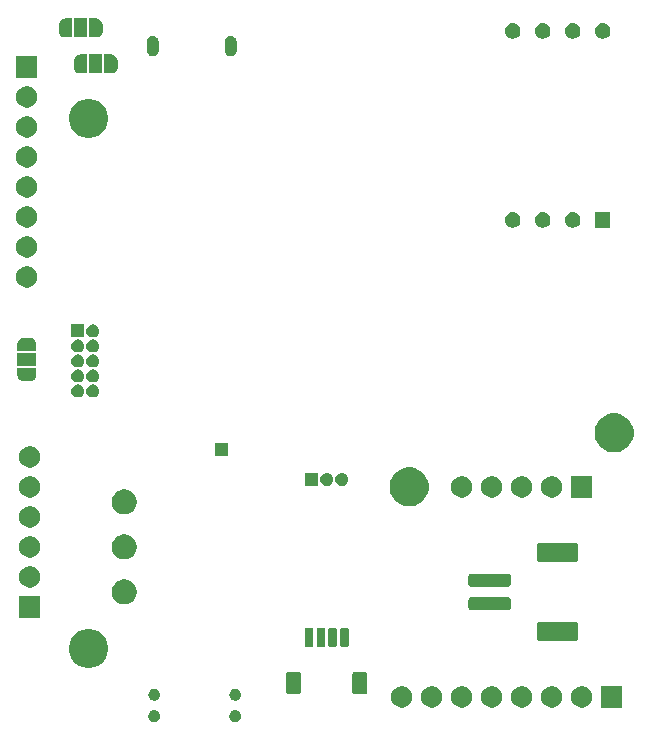
<source format=gbr>
G04 #@! TF.GenerationSoftware,KiCad,Pcbnew,(5.1.6)-1*
G04 #@! TF.CreationDate,2021-05-29T12:10:38-05:00*
G04 #@! TF.ProjectId,SapphineMinimal,53617070-6869-46e6-954d-696e696d616c,rev?*
G04 #@! TF.SameCoordinates,Original*
G04 #@! TF.FileFunction,Soldermask,Bot*
G04 #@! TF.FilePolarity,Negative*
%FSLAX46Y46*%
G04 Gerber Fmt 4.6, Leading zero omitted, Abs format (unit mm)*
G04 Created by KiCad (PCBNEW (5.1.6)-1) date 2021-05-29 12:10:38*
%MOMM*%
%LPD*%
G01*
G04 APERTURE LIST*
%ADD10C,0.100000*%
G04 APERTURE END LIST*
D10*
G36*
X96537474Y-125594934D02*
G01*
X96627613Y-125632270D01*
X96708736Y-125686475D01*
X96777725Y-125755464D01*
X96831930Y-125836587D01*
X96869266Y-125926726D01*
X96888300Y-126022417D01*
X96888300Y-126119983D01*
X96869266Y-126215674D01*
X96831930Y-126305813D01*
X96777725Y-126386936D01*
X96708736Y-126455925D01*
X96627613Y-126510130D01*
X96537474Y-126547466D01*
X96441783Y-126566500D01*
X96344217Y-126566500D01*
X96248526Y-126547466D01*
X96158387Y-126510130D01*
X96077264Y-126455925D01*
X96008275Y-126386936D01*
X95954070Y-126305813D01*
X95916734Y-126215674D01*
X95897700Y-126119983D01*
X95897700Y-126022417D01*
X95916734Y-125926726D01*
X95954070Y-125836587D01*
X96008275Y-125755464D01*
X96077264Y-125686475D01*
X96158387Y-125632270D01*
X96248526Y-125594934D01*
X96344217Y-125575900D01*
X96441783Y-125575900D01*
X96537474Y-125594934D01*
G37*
G36*
X89679474Y-125594934D02*
G01*
X89769613Y-125632270D01*
X89850736Y-125686475D01*
X89919725Y-125755464D01*
X89973930Y-125836587D01*
X90011266Y-125926726D01*
X90030300Y-126022417D01*
X90030300Y-126119983D01*
X90011266Y-126215674D01*
X89973930Y-126305813D01*
X89919725Y-126386936D01*
X89850736Y-126455925D01*
X89769613Y-126510130D01*
X89679474Y-126547466D01*
X89583783Y-126566500D01*
X89486217Y-126566500D01*
X89390526Y-126547466D01*
X89300387Y-126510130D01*
X89219264Y-126455925D01*
X89150275Y-126386936D01*
X89096070Y-126305813D01*
X89058734Y-126215674D01*
X89039700Y-126119983D01*
X89039700Y-126022417D01*
X89058734Y-125926726D01*
X89096070Y-125836587D01*
X89150275Y-125755464D01*
X89219264Y-125686475D01*
X89300387Y-125632270D01*
X89390526Y-125594934D01*
X89486217Y-125575900D01*
X89583783Y-125575900D01*
X89679474Y-125594934D01*
G37*
G36*
X129170800Y-125360800D02*
G01*
X127369200Y-125360800D01*
X127369200Y-123559200D01*
X129170800Y-123559200D01*
X129170800Y-125360800D01*
G37*
G36*
X115832754Y-123593817D02*
G01*
X115996689Y-123661721D01*
X116144227Y-123760303D01*
X116269697Y-123885773D01*
X116368279Y-124033311D01*
X116436183Y-124197246D01*
X116470800Y-124371279D01*
X116470800Y-124548721D01*
X116436183Y-124722754D01*
X116368279Y-124886689D01*
X116269697Y-125034227D01*
X116144227Y-125159697D01*
X115996689Y-125258279D01*
X115832754Y-125326183D01*
X115658721Y-125360800D01*
X115481279Y-125360800D01*
X115307246Y-125326183D01*
X115143311Y-125258279D01*
X114995773Y-125159697D01*
X114870303Y-125034227D01*
X114771721Y-124886689D01*
X114703817Y-124722754D01*
X114669200Y-124548721D01*
X114669200Y-124371279D01*
X114703817Y-124197246D01*
X114771721Y-124033311D01*
X114870303Y-123885773D01*
X114995773Y-123760303D01*
X115143311Y-123661721D01*
X115307246Y-123593817D01*
X115481279Y-123559200D01*
X115658721Y-123559200D01*
X115832754Y-123593817D01*
G37*
G36*
X110752754Y-123593817D02*
G01*
X110916689Y-123661721D01*
X111064227Y-123760303D01*
X111189697Y-123885773D01*
X111288279Y-124033311D01*
X111356183Y-124197246D01*
X111390800Y-124371279D01*
X111390800Y-124548721D01*
X111356183Y-124722754D01*
X111288279Y-124886689D01*
X111189697Y-125034227D01*
X111064227Y-125159697D01*
X110916689Y-125258279D01*
X110752754Y-125326183D01*
X110578721Y-125360800D01*
X110401279Y-125360800D01*
X110227246Y-125326183D01*
X110063311Y-125258279D01*
X109915773Y-125159697D01*
X109790303Y-125034227D01*
X109691721Y-124886689D01*
X109623817Y-124722754D01*
X109589200Y-124548721D01*
X109589200Y-124371279D01*
X109623817Y-124197246D01*
X109691721Y-124033311D01*
X109790303Y-123885773D01*
X109915773Y-123760303D01*
X110063311Y-123661721D01*
X110227246Y-123593817D01*
X110401279Y-123559200D01*
X110578721Y-123559200D01*
X110752754Y-123593817D01*
G37*
G36*
X113292754Y-123593817D02*
G01*
X113456689Y-123661721D01*
X113604227Y-123760303D01*
X113729697Y-123885773D01*
X113828279Y-124033311D01*
X113896183Y-124197246D01*
X113930800Y-124371279D01*
X113930800Y-124548721D01*
X113896183Y-124722754D01*
X113828279Y-124886689D01*
X113729697Y-125034227D01*
X113604227Y-125159697D01*
X113456689Y-125258279D01*
X113292754Y-125326183D01*
X113118721Y-125360800D01*
X112941279Y-125360800D01*
X112767246Y-125326183D01*
X112603311Y-125258279D01*
X112455773Y-125159697D01*
X112330303Y-125034227D01*
X112231721Y-124886689D01*
X112163817Y-124722754D01*
X112129200Y-124548721D01*
X112129200Y-124371279D01*
X112163817Y-124197246D01*
X112231721Y-124033311D01*
X112330303Y-123885773D01*
X112455773Y-123760303D01*
X112603311Y-123661721D01*
X112767246Y-123593817D01*
X112941279Y-123559200D01*
X113118721Y-123559200D01*
X113292754Y-123593817D01*
G37*
G36*
X118372754Y-123593817D02*
G01*
X118536689Y-123661721D01*
X118684227Y-123760303D01*
X118809697Y-123885773D01*
X118908279Y-124033311D01*
X118976183Y-124197246D01*
X119010800Y-124371279D01*
X119010800Y-124548721D01*
X118976183Y-124722754D01*
X118908279Y-124886689D01*
X118809697Y-125034227D01*
X118684227Y-125159697D01*
X118536689Y-125258279D01*
X118372754Y-125326183D01*
X118198721Y-125360800D01*
X118021279Y-125360800D01*
X117847246Y-125326183D01*
X117683311Y-125258279D01*
X117535773Y-125159697D01*
X117410303Y-125034227D01*
X117311721Y-124886689D01*
X117243817Y-124722754D01*
X117209200Y-124548721D01*
X117209200Y-124371279D01*
X117243817Y-124197246D01*
X117311721Y-124033311D01*
X117410303Y-123885773D01*
X117535773Y-123760303D01*
X117683311Y-123661721D01*
X117847246Y-123593817D01*
X118021279Y-123559200D01*
X118198721Y-123559200D01*
X118372754Y-123593817D01*
G37*
G36*
X120912754Y-123593817D02*
G01*
X121076689Y-123661721D01*
X121224227Y-123760303D01*
X121349697Y-123885773D01*
X121448279Y-124033311D01*
X121516183Y-124197246D01*
X121550800Y-124371279D01*
X121550800Y-124548721D01*
X121516183Y-124722754D01*
X121448279Y-124886689D01*
X121349697Y-125034227D01*
X121224227Y-125159697D01*
X121076689Y-125258279D01*
X120912754Y-125326183D01*
X120738721Y-125360800D01*
X120561279Y-125360800D01*
X120387246Y-125326183D01*
X120223311Y-125258279D01*
X120075773Y-125159697D01*
X119950303Y-125034227D01*
X119851721Y-124886689D01*
X119783817Y-124722754D01*
X119749200Y-124548721D01*
X119749200Y-124371279D01*
X119783817Y-124197246D01*
X119851721Y-124033311D01*
X119950303Y-123885773D01*
X120075773Y-123760303D01*
X120223311Y-123661721D01*
X120387246Y-123593817D01*
X120561279Y-123559200D01*
X120738721Y-123559200D01*
X120912754Y-123593817D01*
G37*
G36*
X123452754Y-123593817D02*
G01*
X123616689Y-123661721D01*
X123764227Y-123760303D01*
X123889697Y-123885773D01*
X123988279Y-124033311D01*
X124056183Y-124197246D01*
X124090800Y-124371279D01*
X124090800Y-124548721D01*
X124056183Y-124722754D01*
X123988279Y-124886689D01*
X123889697Y-125034227D01*
X123764227Y-125159697D01*
X123616689Y-125258279D01*
X123452754Y-125326183D01*
X123278721Y-125360800D01*
X123101279Y-125360800D01*
X122927246Y-125326183D01*
X122763311Y-125258279D01*
X122615773Y-125159697D01*
X122490303Y-125034227D01*
X122391721Y-124886689D01*
X122323817Y-124722754D01*
X122289200Y-124548721D01*
X122289200Y-124371279D01*
X122323817Y-124197246D01*
X122391721Y-124033311D01*
X122490303Y-123885773D01*
X122615773Y-123760303D01*
X122763311Y-123661721D01*
X122927246Y-123593817D01*
X123101279Y-123559200D01*
X123278721Y-123559200D01*
X123452754Y-123593817D01*
G37*
G36*
X125992754Y-123593817D02*
G01*
X126156689Y-123661721D01*
X126304227Y-123760303D01*
X126429697Y-123885773D01*
X126528279Y-124033311D01*
X126596183Y-124197246D01*
X126630800Y-124371279D01*
X126630800Y-124548721D01*
X126596183Y-124722754D01*
X126528279Y-124886689D01*
X126429697Y-125034227D01*
X126304227Y-125159697D01*
X126156689Y-125258279D01*
X125992754Y-125326183D01*
X125818721Y-125360800D01*
X125641279Y-125360800D01*
X125467246Y-125326183D01*
X125303311Y-125258279D01*
X125155773Y-125159697D01*
X125030303Y-125034227D01*
X124931721Y-124886689D01*
X124863817Y-124722754D01*
X124829200Y-124548721D01*
X124829200Y-124371279D01*
X124863817Y-124197246D01*
X124931721Y-124033311D01*
X125030303Y-123885773D01*
X125155773Y-123760303D01*
X125303311Y-123661721D01*
X125467246Y-123593817D01*
X125641279Y-123559200D01*
X125818721Y-123559200D01*
X125992754Y-123593817D01*
G37*
G36*
X96537474Y-123794934D02*
G01*
X96627613Y-123832270D01*
X96708736Y-123886475D01*
X96777725Y-123955464D01*
X96831930Y-124036587D01*
X96869266Y-124126726D01*
X96888300Y-124222417D01*
X96888300Y-124319983D01*
X96869266Y-124415674D01*
X96831930Y-124505813D01*
X96777725Y-124586936D01*
X96708736Y-124655925D01*
X96627613Y-124710130D01*
X96537474Y-124747466D01*
X96441783Y-124766500D01*
X96344217Y-124766500D01*
X96248526Y-124747466D01*
X96158387Y-124710130D01*
X96077264Y-124655925D01*
X96008275Y-124586936D01*
X95954070Y-124505813D01*
X95916734Y-124415674D01*
X95897700Y-124319983D01*
X95897700Y-124222417D01*
X95916734Y-124126726D01*
X95954070Y-124036587D01*
X96008275Y-123955464D01*
X96077264Y-123886475D01*
X96158387Y-123832270D01*
X96248526Y-123794934D01*
X96344217Y-123775900D01*
X96441783Y-123775900D01*
X96537474Y-123794934D01*
G37*
G36*
X89679474Y-123794934D02*
G01*
X89769613Y-123832270D01*
X89850736Y-123886475D01*
X89919725Y-123955464D01*
X89973930Y-124036587D01*
X90011266Y-124126726D01*
X90030300Y-124222417D01*
X90030300Y-124319983D01*
X90011266Y-124415674D01*
X89973930Y-124505813D01*
X89919725Y-124586936D01*
X89850736Y-124655925D01*
X89769613Y-124710130D01*
X89679474Y-124747466D01*
X89583783Y-124766500D01*
X89486217Y-124766500D01*
X89390526Y-124747466D01*
X89300387Y-124710130D01*
X89219264Y-124655925D01*
X89150275Y-124586936D01*
X89096070Y-124505813D01*
X89058734Y-124415674D01*
X89039700Y-124319983D01*
X89039700Y-124222417D01*
X89058734Y-124126726D01*
X89096070Y-124036587D01*
X89150275Y-123955464D01*
X89219264Y-123886475D01*
X89300387Y-123832270D01*
X89390526Y-123794934D01*
X89486217Y-123775900D01*
X89583783Y-123775900D01*
X89679474Y-123794934D01*
G37*
G36*
X101796336Y-122341081D02*
G01*
X101841607Y-122354814D01*
X101883319Y-122377110D01*
X101919883Y-122407117D01*
X101949890Y-122443681D01*
X101972186Y-122485393D01*
X101985919Y-122530664D01*
X101990800Y-122580224D01*
X101990800Y-123993776D01*
X101985919Y-124043336D01*
X101972186Y-124088607D01*
X101949890Y-124130319D01*
X101919883Y-124166883D01*
X101883319Y-124196890D01*
X101841607Y-124219186D01*
X101796336Y-124232919D01*
X101746776Y-124237800D01*
X100933224Y-124237800D01*
X100883664Y-124232919D01*
X100838393Y-124219186D01*
X100796681Y-124196890D01*
X100760117Y-124166883D01*
X100730110Y-124130319D01*
X100707814Y-124088607D01*
X100694081Y-124043336D01*
X100689200Y-123993776D01*
X100689200Y-122580224D01*
X100694081Y-122530664D01*
X100707814Y-122485393D01*
X100730110Y-122443681D01*
X100760117Y-122407117D01*
X100796681Y-122377110D01*
X100838393Y-122354814D01*
X100883664Y-122341081D01*
X100933224Y-122336200D01*
X101746776Y-122336200D01*
X101796336Y-122341081D01*
G37*
G36*
X107396336Y-122341081D02*
G01*
X107441607Y-122354814D01*
X107483319Y-122377110D01*
X107519883Y-122407117D01*
X107549890Y-122443681D01*
X107572186Y-122485393D01*
X107585919Y-122530664D01*
X107590800Y-122580224D01*
X107590800Y-123993776D01*
X107585919Y-124043336D01*
X107572186Y-124088607D01*
X107549890Y-124130319D01*
X107519883Y-124166883D01*
X107483319Y-124196890D01*
X107441607Y-124219186D01*
X107396336Y-124232919D01*
X107346776Y-124237800D01*
X106533224Y-124237800D01*
X106483664Y-124232919D01*
X106438393Y-124219186D01*
X106396681Y-124196890D01*
X106360117Y-124166883D01*
X106330110Y-124130319D01*
X106307814Y-124088607D01*
X106294081Y-124043336D01*
X106289200Y-123993776D01*
X106289200Y-122580224D01*
X106294081Y-122530664D01*
X106307814Y-122485393D01*
X106330110Y-122443681D01*
X106360117Y-122407117D01*
X106396681Y-122377110D01*
X106438393Y-122354814D01*
X106483664Y-122341081D01*
X106533224Y-122336200D01*
X107346776Y-122336200D01*
X107396336Y-122341081D01*
G37*
G36*
X84451521Y-118782639D02*
G01*
X84751947Y-118907080D01*
X85022324Y-119087740D01*
X85252260Y-119317676D01*
X85432920Y-119588053D01*
X85557361Y-119888479D01*
X85620800Y-120207410D01*
X85620800Y-120532590D01*
X85557361Y-120851521D01*
X85432920Y-121151947D01*
X85252260Y-121422324D01*
X85022324Y-121652260D01*
X84751947Y-121832920D01*
X84451521Y-121957361D01*
X84132590Y-122020800D01*
X83807410Y-122020800D01*
X83488479Y-121957361D01*
X83188053Y-121832920D01*
X82917676Y-121652260D01*
X82687740Y-121422324D01*
X82507080Y-121151947D01*
X82382639Y-120851521D01*
X82319200Y-120532590D01*
X82319200Y-120207410D01*
X82382639Y-119888479D01*
X82507080Y-119588053D01*
X82687740Y-119317676D01*
X82917676Y-119087740D01*
X83188053Y-118907080D01*
X83488479Y-118782639D01*
X83807410Y-118719200D01*
X84132590Y-118719200D01*
X84451521Y-118782639D01*
G37*
G36*
X105870015Y-118589323D02*
G01*
X105898106Y-118597844D01*
X105923998Y-118611684D01*
X105946692Y-118630308D01*
X105965316Y-118653002D01*
X105979156Y-118678894D01*
X105987677Y-118706985D01*
X105990800Y-118738691D01*
X105990800Y-120085309D01*
X105987677Y-120117015D01*
X105979156Y-120145106D01*
X105965316Y-120170998D01*
X105946692Y-120193692D01*
X105923998Y-120212316D01*
X105898106Y-120226156D01*
X105870015Y-120234677D01*
X105838309Y-120237800D01*
X105441691Y-120237800D01*
X105409985Y-120234677D01*
X105381894Y-120226156D01*
X105356002Y-120212316D01*
X105333308Y-120193692D01*
X105314684Y-120170998D01*
X105300844Y-120145106D01*
X105292323Y-120117015D01*
X105289200Y-120085309D01*
X105289200Y-118738691D01*
X105292323Y-118706985D01*
X105300844Y-118678894D01*
X105314684Y-118653002D01*
X105333308Y-118630308D01*
X105356002Y-118611684D01*
X105381894Y-118597844D01*
X105409985Y-118589323D01*
X105441691Y-118586200D01*
X105838309Y-118586200D01*
X105870015Y-118589323D01*
G37*
G36*
X104870015Y-118589323D02*
G01*
X104898106Y-118597844D01*
X104923998Y-118611684D01*
X104946692Y-118630308D01*
X104965316Y-118653002D01*
X104979156Y-118678894D01*
X104987677Y-118706985D01*
X104990800Y-118738691D01*
X104990800Y-120085309D01*
X104987677Y-120117015D01*
X104979156Y-120145106D01*
X104965316Y-120170998D01*
X104946692Y-120193692D01*
X104923998Y-120212316D01*
X104898106Y-120226156D01*
X104870015Y-120234677D01*
X104838309Y-120237800D01*
X104441691Y-120237800D01*
X104409985Y-120234677D01*
X104381894Y-120226156D01*
X104356002Y-120212316D01*
X104333308Y-120193692D01*
X104314684Y-120170998D01*
X104300844Y-120145106D01*
X104292323Y-120117015D01*
X104289200Y-120085309D01*
X104289200Y-118738691D01*
X104292323Y-118706985D01*
X104300844Y-118678894D01*
X104314684Y-118653002D01*
X104333308Y-118630308D01*
X104356002Y-118611684D01*
X104381894Y-118597844D01*
X104409985Y-118589323D01*
X104441691Y-118586200D01*
X104838309Y-118586200D01*
X104870015Y-118589323D01*
G37*
G36*
X103870015Y-118589323D02*
G01*
X103898106Y-118597844D01*
X103923998Y-118611684D01*
X103946692Y-118630308D01*
X103965316Y-118653002D01*
X103979156Y-118678894D01*
X103987677Y-118706985D01*
X103990800Y-118738691D01*
X103990800Y-120085309D01*
X103987677Y-120117015D01*
X103979156Y-120145106D01*
X103965316Y-120170998D01*
X103946692Y-120193692D01*
X103923998Y-120212316D01*
X103898106Y-120226156D01*
X103870015Y-120234677D01*
X103838309Y-120237800D01*
X103441691Y-120237800D01*
X103409985Y-120234677D01*
X103381894Y-120226156D01*
X103356002Y-120212316D01*
X103333308Y-120193692D01*
X103314684Y-120170998D01*
X103300844Y-120145106D01*
X103292323Y-120117015D01*
X103289200Y-120085309D01*
X103289200Y-118738691D01*
X103292323Y-118706985D01*
X103300844Y-118678894D01*
X103314684Y-118653002D01*
X103333308Y-118630308D01*
X103356002Y-118611684D01*
X103381894Y-118597844D01*
X103409985Y-118589323D01*
X103441691Y-118586200D01*
X103838309Y-118586200D01*
X103870015Y-118589323D01*
G37*
G36*
X102870015Y-118589323D02*
G01*
X102898106Y-118597844D01*
X102923998Y-118611684D01*
X102946692Y-118630308D01*
X102965316Y-118653002D01*
X102979156Y-118678894D01*
X102987677Y-118706985D01*
X102990800Y-118738691D01*
X102990800Y-120085309D01*
X102987677Y-120117015D01*
X102979156Y-120145106D01*
X102965316Y-120170998D01*
X102946692Y-120193692D01*
X102923998Y-120212316D01*
X102898106Y-120226156D01*
X102870015Y-120234677D01*
X102838309Y-120237800D01*
X102441691Y-120237800D01*
X102409985Y-120234677D01*
X102381894Y-120226156D01*
X102356002Y-120212316D01*
X102333308Y-120193692D01*
X102314684Y-120170998D01*
X102300844Y-120145106D01*
X102292323Y-120117015D01*
X102289200Y-120085309D01*
X102289200Y-118738691D01*
X102292323Y-118706985D01*
X102300844Y-118678894D01*
X102314684Y-118653002D01*
X102333308Y-118630308D01*
X102356002Y-118611684D01*
X102381894Y-118597844D01*
X102409985Y-118589323D01*
X102441691Y-118586200D01*
X102838309Y-118586200D01*
X102870015Y-118589323D01*
G37*
G36*
X125240154Y-118123919D02*
G01*
X125283826Y-118137167D01*
X125324082Y-118158684D01*
X125359363Y-118187637D01*
X125388316Y-118222918D01*
X125409833Y-118263174D01*
X125423081Y-118306846D01*
X125427800Y-118354758D01*
X125427800Y-119485242D01*
X125423081Y-119533154D01*
X125409833Y-119576826D01*
X125388316Y-119617082D01*
X125359363Y-119652363D01*
X125324082Y-119681316D01*
X125283826Y-119702833D01*
X125240154Y-119716081D01*
X125192242Y-119720800D01*
X122161758Y-119720800D01*
X122113846Y-119716081D01*
X122070174Y-119702833D01*
X122029918Y-119681316D01*
X121994637Y-119652363D01*
X121965684Y-119617082D01*
X121944167Y-119576826D01*
X121930919Y-119533154D01*
X121926200Y-119485242D01*
X121926200Y-118354758D01*
X121930919Y-118306846D01*
X121944167Y-118263174D01*
X121965684Y-118222918D01*
X121994637Y-118187637D01*
X122029918Y-118158684D01*
X122070174Y-118137167D01*
X122113846Y-118123919D01*
X122161758Y-118119200D01*
X125192242Y-118119200D01*
X125240154Y-118123919D01*
G37*
G36*
X79894800Y-117740800D02*
G01*
X78093200Y-117740800D01*
X78093200Y-115939200D01*
X79894800Y-115939200D01*
X79894800Y-117740800D01*
G37*
G36*
X119526521Y-116024244D02*
G01*
X119573376Y-116038457D01*
X119616560Y-116061540D01*
X119654403Y-116092597D01*
X119685460Y-116130440D01*
X119708543Y-116173624D01*
X119722756Y-116220479D01*
X119727800Y-116271692D01*
X119727800Y-116868308D01*
X119722756Y-116919521D01*
X119708543Y-116966376D01*
X119685460Y-117009560D01*
X119654403Y-117047403D01*
X119616560Y-117078460D01*
X119573376Y-117101543D01*
X119526521Y-117115756D01*
X119475308Y-117120800D01*
X116378692Y-117120800D01*
X116327479Y-117115756D01*
X116280624Y-117101543D01*
X116237440Y-117078460D01*
X116199597Y-117047403D01*
X116168540Y-117009560D01*
X116145457Y-116966376D01*
X116131244Y-116919521D01*
X116126200Y-116868308D01*
X116126200Y-116271692D01*
X116131244Y-116220479D01*
X116145457Y-116173624D01*
X116168540Y-116130440D01*
X116199597Y-116092597D01*
X116237440Y-116061540D01*
X116280624Y-116038457D01*
X116327479Y-116024244D01*
X116378692Y-116019200D01*
X119475308Y-116019200D01*
X119526521Y-116024244D01*
G37*
G36*
X87301508Y-114559582D02*
G01*
X87492741Y-114638793D01*
X87664847Y-114753791D01*
X87811209Y-114900153D01*
X87926207Y-115072259D01*
X88005418Y-115263492D01*
X88045800Y-115466505D01*
X88045800Y-115673495D01*
X88005418Y-115876508D01*
X87926207Y-116067741D01*
X87811209Y-116239847D01*
X87664847Y-116386209D01*
X87492741Y-116501207D01*
X87301508Y-116580418D01*
X87098495Y-116620800D01*
X86891505Y-116620800D01*
X86688492Y-116580418D01*
X86497259Y-116501207D01*
X86325153Y-116386209D01*
X86178791Y-116239847D01*
X86063793Y-116067741D01*
X85984582Y-115876508D01*
X85944200Y-115673495D01*
X85944200Y-115466505D01*
X85984582Y-115263492D01*
X86063793Y-115072259D01*
X86178791Y-114900153D01*
X86325153Y-114753791D01*
X86497259Y-114638793D01*
X86688492Y-114559582D01*
X86891505Y-114519200D01*
X87098495Y-114519200D01*
X87301508Y-114559582D01*
G37*
G36*
X79256754Y-113433817D02*
G01*
X79420689Y-113501721D01*
X79568227Y-113600303D01*
X79693697Y-113725773D01*
X79792279Y-113873311D01*
X79860183Y-114037246D01*
X79894800Y-114211279D01*
X79894800Y-114388721D01*
X79860183Y-114562754D01*
X79792279Y-114726689D01*
X79693697Y-114874227D01*
X79568227Y-114999697D01*
X79420689Y-115098279D01*
X79256754Y-115166183D01*
X79082721Y-115200800D01*
X78905279Y-115200800D01*
X78731246Y-115166183D01*
X78567311Y-115098279D01*
X78419773Y-114999697D01*
X78294303Y-114874227D01*
X78195721Y-114726689D01*
X78127817Y-114562754D01*
X78093200Y-114388721D01*
X78093200Y-114211279D01*
X78127817Y-114037246D01*
X78195721Y-113873311D01*
X78294303Y-113725773D01*
X78419773Y-113600303D01*
X78567311Y-113501721D01*
X78731246Y-113433817D01*
X78905279Y-113399200D01*
X79082721Y-113399200D01*
X79256754Y-113433817D01*
G37*
G36*
X119526521Y-114024244D02*
G01*
X119573376Y-114038457D01*
X119616560Y-114061540D01*
X119654403Y-114092597D01*
X119685460Y-114130440D01*
X119708543Y-114173624D01*
X119722756Y-114220479D01*
X119727800Y-114271692D01*
X119727800Y-114868308D01*
X119722756Y-114919521D01*
X119708543Y-114966376D01*
X119685460Y-115009560D01*
X119654403Y-115047403D01*
X119616560Y-115078460D01*
X119573376Y-115101543D01*
X119526521Y-115115756D01*
X119475308Y-115120800D01*
X116378692Y-115120800D01*
X116327479Y-115115756D01*
X116280624Y-115101543D01*
X116237440Y-115078460D01*
X116199597Y-115047403D01*
X116168540Y-115009560D01*
X116145457Y-114966376D01*
X116131244Y-114919521D01*
X116126200Y-114868308D01*
X116126200Y-114271692D01*
X116131244Y-114220479D01*
X116145457Y-114173624D01*
X116168540Y-114130440D01*
X116199597Y-114092597D01*
X116237440Y-114061540D01*
X116280624Y-114038457D01*
X116327479Y-114024244D01*
X116378692Y-114019200D01*
X119475308Y-114019200D01*
X119526521Y-114024244D01*
G37*
G36*
X125240154Y-111423919D02*
G01*
X125283826Y-111437167D01*
X125324082Y-111458684D01*
X125359363Y-111487637D01*
X125388316Y-111522918D01*
X125409833Y-111563174D01*
X125423081Y-111606846D01*
X125427800Y-111654758D01*
X125427800Y-112785242D01*
X125423081Y-112833154D01*
X125409833Y-112876826D01*
X125388316Y-112917082D01*
X125359363Y-112952363D01*
X125324082Y-112981316D01*
X125283826Y-113002833D01*
X125240154Y-113016081D01*
X125192242Y-113020800D01*
X122161758Y-113020800D01*
X122113846Y-113016081D01*
X122070174Y-113002833D01*
X122029918Y-112981316D01*
X121994637Y-112952363D01*
X121965684Y-112917082D01*
X121944167Y-112876826D01*
X121930919Y-112833154D01*
X121926200Y-112785242D01*
X121926200Y-111654758D01*
X121930919Y-111606846D01*
X121944167Y-111563174D01*
X121965684Y-111522918D01*
X121994637Y-111487637D01*
X122029918Y-111458684D01*
X122070174Y-111437167D01*
X122113846Y-111423919D01*
X122161758Y-111419200D01*
X125192242Y-111419200D01*
X125240154Y-111423919D01*
G37*
G36*
X87301508Y-110749582D02*
G01*
X87492741Y-110828793D01*
X87664847Y-110943791D01*
X87811209Y-111090153D01*
X87926207Y-111262259D01*
X88005418Y-111453492D01*
X88045800Y-111656505D01*
X88045800Y-111863495D01*
X88005418Y-112066508D01*
X87926207Y-112257741D01*
X87811209Y-112429847D01*
X87664847Y-112576209D01*
X87492741Y-112691207D01*
X87301508Y-112770418D01*
X87098495Y-112810800D01*
X86891505Y-112810800D01*
X86688492Y-112770418D01*
X86497259Y-112691207D01*
X86325153Y-112576209D01*
X86178791Y-112429847D01*
X86063793Y-112257741D01*
X85984582Y-112066508D01*
X85944200Y-111863495D01*
X85944200Y-111656505D01*
X85984582Y-111453492D01*
X86063793Y-111262259D01*
X86178791Y-111090153D01*
X86325153Y-110943791D01*
X86497259Y-110828793D01*
X86688492Y-110749582D01*
X86891505Y-110709200D01*
X87098495Y-110709200D01*
X87301508Y-110749582D01*
G37*
G36*
X79256754Y-110893817D02*
G01*
X79420689Y-110961721D01*
X79568227Y-111060303D01*
X79693697Y-111185773D01*
X79792279Y-111333311D01*
X79860183Y-111497246D01*
X79894800Y-111671279D01*
X79894800Y-111848721D01*
X79860183Y-112022754D01*
X79792279Y-112186689D01*
X79693697Y-112334227D01*
X79568227Y-112459697D01*
X79420689Y-112558279D01*
X79256754Y-112626183D01*
X79082721Y-112660800D01*
X78905279Y-112660800D01*
X78731246Y-112626183D01*
X78567311Y-112558279D01*
X78419773Y-112459697D01*
X78294303Y-112334227D01*
X78195721Y-112186689D01*
X78127817Y-112022754D01*
X78093200Y-111848721D01*
X78093200Y-111671279D01*
X78127817Y-111497246D01*
X78195721Y-111333311D01*
X78294303Y-111185773D01*
X78419773Y-111060303D01*
X78567311Y-110961721D01*
X78731246Y-110893817D01*
X78905279Y-110859200D01*
X79082721Y-110859200D01*
X79256754Y-110893817D01*
G37*
G36*
X79256754Y-108353817D02*
G01*
X79420689Y-108421721D01*
X79568227Y-108520303D01*
X79693697Y-108645773D01*
X79792279Y-108793311D01*
X79860183Y-108957246D01*
X79894800Y-109131279D01*
X79894800Y-109308721D01*
X79860183Y-109482754D01*
X79792279Y-109646689D01*
X79693697Y-109794227D01*
X79568227Y-109919697D01*
X79420689Y-110018279D01*
X79256754Y-110086183D01*
X79082721Y-110120800D01*
X78905279Y-110120800D01*
X78731246Y-110086183D01*
X78567311Y-110018279D01*
X78419773Y-109919697D01*
X78294303Y-109794227D01*
X78195721Y-109646689D01*
X78127817Y-109482754D01*
X78093200Y-109308721D01*
X78093200Y-109131279D01*
X78127817Y-108957246D01*
X78195721Y-108793311D01*
X78294303Y-108645773D01*
X78419773Y-108520303D01*
X78567311Y-108421721D01*
X78731246Y-108353817D01*
X78905279Y-108319200D01*
X79082721Y-108319200D01*
X79256754Y-108353817D01*
G37*
G36*
X87301508Y-106939582D02*
G01*
X87492741Y-107018793D01*
X87664847Y-107133791D01*
X87811209Y-107280153D01*
X87926207Y-107452259D01*
X88005418Y-107643492D01*
X88045800Y-107846505D01*
X88045800Y-108053495D01*
X88005418Y-108256508D01*
X87926207Y-108447741D01*
X87811209Y-108619847D01*
X87664847Y-108766209D01*
X87492741Y-108881207D01*
X87301508Y-108960418D01*
X87098495Y-109000800D01*
X86891505Y-109000800D01*
X86688492Y-108960418D01*
X86497259Y-108881207D01*
X86325153Y-108766209D01*
X86178791Y-108619847D01*
X86063793Y-108447741D01*
X85984582Y-108256508D01*
X85944200Y-108053495D01*
X85944200Y-107846505D01*
X85984582Y-107643492D01*
X86063793Y-107452259D01*
X86178791Y-107280153D01*
X86325153Y-107133791D01*
X86497259Y-107018793D01*
X86688492Y-106939582D01*
X86891505Y-106899200D01*
X87098495Y-106899200D01*
X87301508Y-106939582D01*
G37*
G36*
X111606521Y-105092639D02*
G01*
X111906947Y-105217080D01*
X112177324Y-105397740D01*
X112407260Y-105627676D01*
X112587920Y-105898053D01*
X112712361Y-106198479D01*
X112775800Y-106517410D01*
X112775800Y-106842590D01*
X112712361Y-107161521D01*
X112587920Y-107461947D01*
X112407260Y-107732324D01*
X112177324Y-107962260D01*
X111906947Y-108142920D01*
X111606521Y-108267361D01*
X111287590Y-108330800D01*
X110962410Y-108330800D01*
X110643479Y-108267361D01*
X110343053Y-108142920D01*
X110072676Y-107962260D01*
X109842740Y-107732324D01*
X109662080Y-107461947D01*
X109537639Y-107161521D01*
X109474200Y-106842590D01*
X109474200Y-106517410D01*
X109537639Y-106198479D01*
X109662080Y-105898053D01*
X109842740Y-105627676D01*
X110072676Y-105397740D01*
X110343053Y-105217080D01*
X110643479Y-105092639D01*
X110962410Y-105029200D01*
X111287590Y-105029200D01*
X111606521Y-105092639D01*
G37*
G36*
X118372754Y-105813817D02*
G01*
X118536689Y-105881721D01*
X118684227Y-105980303D01*
X118809697Y-106105773D01*
X118908279Y-106253311D01*
X118976183Y-106417246D01*
X119010800Y-106591279D01*
X119010800Y-106768721D01*
X118976183Y-106942754D01*
X118908279Y-107106689D01*
X118809697Y-107254227D01*
X118684227Y-107379697D01*
X118536689Y-107478279D01*
X118372754Y-107546183D01*
X118198721Y-107580800D01*
X118021279Y-107580800D01*
X117847246Y-107546183D01*
X117683311Y-107478279D01*
X117535773Y-107379697D01*
X117410303Y-107254227D01*
X117311721Y-107106689D01*
X117243817Y-106942754D01*
X117209200Y-106768721D01*
X117209200Y-106591279D01*
X117243817Y-106417246D01*
X117311721Y-106253311D01*
X117410303Y-106105773D01*
X117535773Y-105980303D01*
X117683311Y-105881721D01*
X117847246Y-105813817D01*
X118021279Y-105779200D01*
X118198721Y-105779200D01*
X118372754Y-105813817D01*
G37*
G36*
X126630800Y-107580800D02*
G01*
X124829200Y-107580800D01*
X124829200Y-105779200D01*
X126630800Y-105779200D01*
X126630800Y-107580800D01*
G37*
G36*
X123452754Y-105813817D02*
G01*
X123616689Y-105881721D01*
X123764227Y-105980303D01*
X123889697Y-106105773D01*
X123988279Y-106253311D01*
X124056183Y-106417246D01*
X124090800Y-106591279D01*
X124090800Y-106768721D01*
X124056183Y-106942754D01*
X123988279Y-107106689D01*
X123889697Y-107254227D01*
X123764227Y-107379697D01*
X123616689Y-107478279D01*
X123452754Y-107546183D01*
X123278721Y-107580800D01*
X123101279Y-107580800D01*
X122927246Y-107546183D01*
X122763311Y-107478279D01*
X122615773Y-107379697D01*
X122490303Y-107254227D01*
X122391721Y-107106689D01*
X122323817Y-106942754D01*
X122289200Y-106768721D01*
X122289200Y-106591279D01*
X122323817Y-106417246D01*
X122391721Y-106253311D01*
X122490303Y-106105773D01*
X122615773Y-105980303D01*
X122763311Y-105881721D01*
X122927246Y-105813817D01*
X123101279Y-105779200D01*
X123278721Y-105779200D01*
X123452754Y-105813817D01*
G37*
G36*
X120912754Y-105813817D02*
G01*
X121076689Y-105881721D01*
X121224227Y-105980303D01*
X121349697Y-106105773D01*
X121448279Y-106253311D01*
X121516183Y-106417246D01*
X121550800Y-106591279D01*
X121550800Y-106768721D01*
X121516183Y-106942754D01*
X121448279Y-107106689D01*
X121349697Y-107254227D01*
X121224227Y-107379697D01*
X121076689Y-107478279D01*
X120912754Y-107546183D01*
X120738721Y-107580800D01*
X120561279Y-107580800D01*
X120387246Y-107546183D01*
X120223311Y-107478279D01*
X120075773Y-107379697D01*
X119950303Y-107254227D01*
X119851721Y-107106689D01*
X119783817Y-106942754D01*
X119749200Y-106768721D01*
X119749200Y-106591279D01*
X119783817Y-106417246D01*
X119851721Y-106253311D01*
X119950303Y-106105773D01*
X120075773Y-105980303D01*
X120223311Y-105881721D01*
X120387246Y-105813817D01*
X120561279Y-105779200D01*
X120738721Y-105779200D01*
X120912754Y-105813817D01*
G37*
G36*
X115832754Y-105813817D02*
G01*
X115996689Y-105881721D01*
X116144227Y-105980303D01*
X116269697Y-106105773D01*
X116368279Y-106253311D01*
X116436183Y-106417246D01*
X116470800Y-106591279D01*
X116470800Y-106768721D01*
X116436183Y-106942754D01*
X116368279Y-107106689D01*
X116269697Y-107254227D01*
X116144227Y-107379697D01*
X115996689Y-107478279D01*
X115832754Y-107546183D01*
X115658721Y-107580800D01*
X115481279Y-107580800D01*
X115307246Y-107546183D01*
X115143311Y-107478279D01*
X114995773Y-107379697D01*
X114870303Y-107254227D01*
X114771721Y-107106689D01*
X114703817Y-106942754D01*
X114669200Y-106768721D01*
X114669200Y-106591279D01*
X114703817Y-106417246D01*
X114771721Y-106253311D01*
X114870303Y-106105773D01*
X114995773Y-105980303D01*
X115143311Y-105881721D01*
X115307246Y-105813817D01*
X115481279Y-105779200D01*
X115658721Y-105779200D01*
X115832754Y-105813817D01*
G37*
G36*
X79256754Y-105813817D02*
G01*
X79420689Y-105881721D01*
X79568227Y-105980303D01*
X79693697Y-106105773D01*
X79792279Y-106253311D01*
X79860183Y-106417246D01*
X79894800Y-106591279D01*
X79894800Y-106768721D01*
X79860183Y-106942754D01*
X79792279Y-107106689D01*
X79693697Y-107254227D01*
X79568227Y-107379697D01*
X79420689Y-107478279D01*
X79256754Y-107546183D01*
X79082721Y-107580800D01*
X78905279Y-107580800D01*
X78731246Y-107546183D01*
X78567311Y-107478279D01*
X78419773Y-107379697D01*
X78294303Y-107254227D01*
X78195721Y-107106689D01*
X78127817Y-106942754D01*
X78093200Y-106768721D01*
X78093200Y-106591279D01*
X78127817Y-106417246D01*
X78195721Y-106253311D01*
X78294303Y-106105773D01*
X78419773Y-105980303D01*
X78567311Y-105881721D01*
X78731246Y-105813817D01*
X78905279Y-105779200D01*
X79082721Y-105779200D01*
X79256754Y-105813817D01*
G37*
G36*
X105570663Y-105515367D02*
G01*
X105670902Y-105556887D01*
X105761116Y-105617166D01*
X105837834Y-105693884D01*
X105898113Y-105784098D01*
X105939633Y-105884337D01*
X105960800Y-105990751D01*
X105960800Y-106099249D01*
X105939633Y-106205663D01*
X105898113Y-106305902D01*
X105837834Y-106396116D01*
X105761116Y-106472834D01*
X105670902Y-106533113D01*
X105570663Y-106574633D01*
X105464249Y-106595800D01*
X105355751Y-106595800D01*
X105249337Y-106574633D01*
X105149098Y-106533113D01*
X105058884Y-106472834D01*
X104982166Y-106396116D01*
X104921887Y-106305902D01*
X104880367Y-106205663D01*
X104859200Y-106099249D01*
X104859200Y-105990751D01*
X104880367Y-105884337D01*
X104921887Y-105784098D01*
X104982166Y-105693884D01*
X105058884Y-105617166D01*
X105149098Y-105556887D01*
X105249337Y-105515367D01*
X105355751Y-105494200D01*
X105464249Y-105494200D01*
X105570663Y-105515367D01*
G37*
G36*
X103420800Y-106595800D02*
G01*
X102319200Y-106595800D01*
X102319200Y-105494200D01*
X103420800Y-105494200D01*
X103420800Y-106595800D01*
G37*
G36*
X104300663Y-105515367D02*
G01*
X104400902Y-105556887D01*
X104491116Y-105617166D01*
X104567834Y-105693884D01*
X104628113Y-105784098D01*
X104669633Y-105884337D01*
X104690800Y-105990751D01*
X104690800Y-106099249D01*
X104669633Y-106205663D01*
X104628113Y-106305902D01*
X104567834Y-106396116D01*
X104491116Y-106472834D01*
X104400902Y-106533113D01*
X104300663Y-106574633D01*
X104194249Y-106595800D01*
X104085751Y-106595800D01*
X103979337Y-106574633D01*
X103879098Y-106533113D01*
X103788884Y-106472834D01*
X103712166Y-106396116D01*
X103651887Y-106305902D01*
X103610367Y-106205663D01*
X103589200Y-106099249D01*
X103589200Y-105990751D01*
X103610367Y-105884337D01*
X103651887Y-105784098D01*
X103712166Y-105693884D01*
X103788884Y-105617166D01*
X103879098Y-105556887D01*
X103979337Y-105515367D01*
X104085751Y-105494200D01*
X104194249Y-105494200D01*
X104300663Y-105515367D01*
G37*
G36*
X79256754Y-103273817D02*
G01*
X79420689Y-103341721D01*
X79568227Y-103440303D01*
X79693697Y-103565773D01*
X79792279Y-103713311D01*
X79860183Y-103877246D01*
X79894800Y-104051279D01*
X79894800Y-104228721D01*
X79860183Y-104402754D01*
X79792279Y-104566689D01*
X79693697Y-104714227D01*
X79568227Y-104839697D01*
X79420689Y-104938279D01*
X79256754Y-105006183D01*
X79082721Y-105040800D01*
X78905279Y-105040800D01*
X78731246Y-105006183D01*
X78567311Y-104938279D01*
X78419773Y-104839697D01*
X78294303Y-104714227D01*
X78195721Y-104566689D01*
X78127817Y-104402754D01*
X78093200Y-104228721D01*
X78093200Y-104051279D01*
X78127817Y-103877246D01*
X78195721Y-103713311D01*
X78294303Y-103565773D01*
X78419773Y-103440303D01*
X78567311Y-103341721D01*
X78731246Y-103273817D01*
X78905279Y-103239200D01*
X79082721Y-103239200D01*
X79256754Y-103273817D01*
G37*
G36*
X95800800Y-104055800D02*
G01*
X94699200Y-104055800D01*
X94699200Y-102954200D01*
X95800800Y-102954200D01*
X95800800Y-104055800D01*
G37*
G36*
X128951521Y-100520639D02*
G01*
X129251947Y-100645080D01*
X129522324Y-100825740D01*
X129752260Y-101055676D01*
X129932920Y-101326053D01*
X130057361Y-101626479D01*
X130120800Y-101945410D01*
X130120800Y-102270590D01*
X130057361Y-102589521D01*
X129932920Y-102889947D01*
X129752260Y-103160324D01*
X129522324Y-103390260D01*
X129251947Y-103570920D01*
X128951521Y-103695361D01*
X128632590Y-103758800D01*
X128307410Y-103758800D01*
X127988479Y-103695361D01*
X127688053Y-103570920D01*
X127417676Y-103390260D01*
X127187740Y-103160324D01*
X127007080Y-102889947D01*
X126882639Y-102589521D01*
X126819200Y-102270590D01*
X126819200Y-101945410D01*
X126882639Y-101626479D01*
X127007080Y-101326053D01*
X127187740Y-101055676D01*
X127417676Y-100825740D01*
X127688053Y-100645080D01*
X127988479Y-100520639D01*
X128307410Y-100457200D01*
X128632590Y-100457200D01*
X128951521Y-100520639D01*
G37*
G36*
X84488663Y-98022367D02*
G01*
X84588902Y-98063887D01*
X84679116Y-98124166D01*
X84755834Y-98200884D01*
X84816113Y-98291098D01*
X84857633Y-98391337D01*
X84878800Y-98497751D01*
X84878800Y-98606249D01*
X84857633Y-98712663D01*
X84816113Y-98812902D01*
X84755834Y-98903116D01*
X84679116Y-98979834D01*
X84588902Y-99040113D01*
X84488663Y-99081633D01*
X84382249Y-99102800D01*
X84273751Y-99102800D01*
X84167337Y-99081633D01*
X84067098Y-99040113D01*
X83976884Y-98979834D01*
X83900166Y-98903116D01*
X83839887Y-98812902D01*
X83798367Y-98712663D01*
X83777200Y-98606249D01*
X83777200Y-98497751D01*
X83798367Y-98391337D01*
X83839887Y-98291098D01*
X83900166Y-98200884D01*
X83976884Y-98124166D01*
X84067098Y-98063887D01*
X84167337Y-98022367D01*
X84273751Y-98001200D01*
X84382249Y-98001200D01*
X84488663Y-98022367D01*
G37*
G36*
X83218663Y-98022367D02*
G01*
X83318902Y-98063887D01*
X83409116Y-98124166D01*
X83485834Y-98200884D01*
X83546113Y-98291098D01*
X83587633Y-98391337D01*
X83608800Y-98497751D01*
X83608800Y-98606249D01*
X83587633Y-98712663D01*
X83546113Y-98812902D01*
X83485834Y-98903116D01*
X83409116Y-98979834D01*
X83318902Y-99040113D01*
X83218663Y-99081633D01*
X83112249Y-99102800D01*
X83003751Y-99102800D01*
X82897337Y-99081633D01*
X82797098Y-99040113D01*
X82706884Y-98979834D01*
X82630166Y-98903116D01*
X82569887Y-98812902D01*
X82528367Y-98712663D01*
X82507200Y-98606249D01*
X82507200Y-98497751D01*
X82528367Y-98391337D01*
X82569887Y-98291098D01*
X82630166Y-98200884D01*
X82706884Y-98124166D01*
X82797098Y-98063887D01*
X82897337Y-98022367D01*
X83003751Y-98001200D01*
X83112249Y-98001200D01*
X83218663Y-98022367D01*
G37*
G36*
X83218663Y-96752367D02*
G01*
X83318902Y-96793887D01*
X83409116Y-96854166D01*
X83485834Y-96930884D01*
X83546113Y-97021098D01*
X83587633Y-97121337D01*
X83608800Y-97227751D01*
X83608800Y-97336249D01*
X83587633Y-97442663D01*
X83546113Y-97542902D01*
X83485834Y-97633116D01*
X83409116Y-97709834D01*
X83318902Y-97770113D01*
X83218663Y-97811633D01*
X83112249Y-97832800D01*
X83003751Y-97832800D01*
X82897337Y-97811633D01*
X82797098Y-97770113D01*
X82706884Y-97709834D01*
X82630166Y-97633116D01*
X82569887Y-97542902D01*
X82528367Y-97442663D01*
X82507200Y-97336249D01*
X82507200Y-97227751D01*
X82528367Y-97121337D01*
X82569887Y-97021098D01*
X82630166Y-96930884D01*
X82706884Y-96854166D01*
X82797098Y-96793887D01*
X82897337Y-96752367D01*
X83003751Y-96731200D01*
X83112249Y-96731200D01*
X83218663Y-96752367D01*
G37*
G36*
X84488663Y-96752367D02*
G01*
X84588902Y-96793887D01*
X84679116Y-96854166D01*
X84755834Y-96930884D01*
X84816113Y-97021098D01*
X84857633Y-97121337D01*
X84878800Y-97227751D01*
X84878800Y-97336249D01*
X84857633Y-97442663D01*
X84816113Y-97542902D01*
X84755834Y-97633116D01*
X84679116Y-97709834D01*
X84588902Y-97770113D01*
X84488663Y-97811633D01*
X84382249Y-97832800D01*
X84273751Y-97832800D01*
X84167337Y-97811633D01*
X84067098Y-97770113D01*
X83976884Y-97709834D01*
X83900166Y-97633116D01*
X83839887Y-97542902D01*
X83798367Y-97442663D01*
X83777200Y-97336249D01*
X83777200Y-97227751D01*
X83798367Y-97121337D01*
X83839887Y-97021098D01*
X83900166Y-96930884D01*
X83976884Y-96854166D01*
X84067098Y-96793887D01*
X84167337Y-96752367D01*
X84273751Y-96731200D01*
X84382249Y-96731200D01*
X84488663Y-96752367D01*
G37*
G36*
X79499957Y-96584934D02*
G01*
X79509536Y-96587840D01*
X79518359Y-96592556D01*
X79526095Y-96598905D01*
X79532444Y-96606641D01*
X79537160Y-96615464D01*
X79540066Y-96625043D01*
X79541292Y-96637493D01*
X79541292Y-97182507D01*
X79539726Y-97198404D01*
X79539129Y-97201405D01*
X79538884Y-97206387D01*
X79538884Y-97231516D01*
X79537412Y-97246460D01*
X79519263Y-97337701D01*
X79514902Y-97352078D01*
X79479302Y-97438024D01*
X79472224Y-97451267D01*
X79420541Y-97528617D01*
X79411007Y-97540233D01*
X79345233Y-97606007D01*
X79333617Y-97615541D01*
X79256267Y-97667224D01*
X79243024Y-97674302D01*
X79157078Y-97709902D01*
X79142701Y-97714263D01*
X79051460Y-97732412D01*
X79036516Y-97733884D01*
X79011387Y-97733884D01*
X79001477Y-97734860D01*
X79001110Y-97734952D01*
X78987507Y-97736292D01*
X78492493Y-97736292D01*
X78476596Y-97734726D01*
X78473595Y-97734129D01*
X78468613Y-97733884D01*
X78443484Y-97733884D01*
X78428540Y-97732412D01*
X78337299Y-97714263D01*
X78322922Y-97709902D01*
X78236976Y-97674302D01*
X78223733Y-97667224D01*
X78146383Y-97615541D01*
X78134767Y-97606007D01*
X78068993Y-97540233D01*
X78059459Y-97528617D01*
X78007776Y-97451267D01*
X78000698Y-97438024D01*
X77965098Y-97352078D01*
X77960737Y-97337701D01*
X77942588Y-97246460D01*
X77941116Y-97231516D01*
X77941116Y-97206387D01*
X77940140Y-97196477D01*
X77940048Y-97196110D01*
X77938708Y-97182507D01*
X77938708Y-96637493D01*
X77939934Y-96625043D01*
X77942840Y-96615464D01*
X77947556Y-96606641D01*
X77953905Y-96598905D01*
X77961641Y-96592556D01*
X77970464Y-96587840D01*
X77980043Y-96584934D01*
X77992493Y-96583708D01*
X79487507Y-96583708D01*
X79499957Y-96584934D01*
G37*
G36*
X84488663Y-95482367D02*
G01*
X84588902Y-95523887D01*
X84679116Y-95584166D01*
X84755834Y-95660884D01*
X84816113Y-95751098D01*
X84857633Y-95851337D01*
X84878800Y-95957751D01*
X84878800Y-96066249D01*
X84857633Y-96172663D01*
X84816113Y-96272902D01*
X84755834Y-96363116D01*
X84679116Y-96439834D01*
X84588902Y-96500113D01*
X84488663Y-96541633D01*
X84382249Y-96562800D01*
X84273751Y-96562800D01*
X84167337Y-96541633D01*
X84067098Y-96500113D01*
X83976884Y-96439834D01*
X83900166Y-96363116D01*
X83839887Y-96272902D01*
X83798367Y-96172663D01*
X83777200Y-96066249D01*
X83777200Y-95957751D01*
X83798367Y-95851337D01*
X83839887Y-95751098D01*
X83900166Y-95660884D01*
X83976884Y-95584166D01*
X84067098Y-95523887D01*
X84167337Y-95482367D01*
X84273751Y-95461200D01*
X84382249Y-95461200D01*
X84488663Y-95482367D01*
G37*
G36*
X83218663Y-95482367D02*
G01*
X83318902Y-95523887D01*
X83409116Y-95584166D01*
X83485834Y-95660884D01*
X83546113Y-95751098D01*
X83587633Y-95851337D01*
X83608800Y-95957751D01*
X83608800Y-96066249D01*
X83587633Y-96172663D01*
X83546113Y-96272902D01*
X83485834Y-96363116D01*
X83409116Y-96439834D01*
X83318902Y-96500113D01*
X83218663Y-96541633D01*
X83112249Y-96562800D01*
X83003751Y-96562800D01*
X82897337Y-96541633D01*
X82797098Y-96500113D01*
X82706884Y-96439834D01*
X82630166Y-96363116D01*
X82569887Y-96272902D01*
X82528367Y-96172663D01*
X82507200Y-96066249D01*
X82507200Y-95957751D01*
X82528367Y-95851337D01*
X82569887Y-95751098D01*
X82630166Y-95660884D01*
X82706884Y-95584166D01*
X82797098Y-95523887D01*
X82897337Y-95482367D01*
X83003751Y-95461200D01*
X83112249Y-95461200D01*
X83218663Y-95482367D01*
G37*
G36*
X79540800Y-96435800D02*
G01*
X77939200Y-96435800D01*
X77939200Y-95334200D01*
X79540800Y-95334200D01*
X79540800Y-96435800D01*
G37*
G36*
X84488663Y-94212367D02*
G01*
X84588902Y-94253887D01*
X84679116Y-94314166D01*
X84755834Y-94390884D01*
X84816113Y-94481098D01*
X84857633Y-94581337D01*
X84878800Y-94687751D01*
X84878800Y-94796249D01*
X84857633Y-94902663D01*
X84816113Y-95002902D01*
X84755834Y-95093116D01*
X84679116Y-95169834D01*
X84588902Y-95230113D01*
X84488663Y-95271633D01*
X84382249Y-95292800D01*
X84273751Y-95292800D01*
X84167337Y-95271633D01*
X84067098Y-95230113D01*
X83976884Y-95169834D01*
X83900166Y-95093116D01*
X83839887Y-95002902D01*
X83798367Y-94902663D01*
X83777200Y-94796249D01*
X83777200Y-94687751D01*
X83798367Y-94581337D01*
X83839887Y-94481098D01*
X83900166Y-94390884D01*
X83976884Y-94314166D01*
X84067098Y-94253887D01*
X84167337Y-94212367D01*
X84273751Y-94191200D01*
X84382249Y-94191200D01*
X84488663Y-94212367D01*
G37*
G36*
X83218663Y-94212367D02*
G01*
X83318902Y-94253887D01*
X83409116Y-94314166D01*
X83485834Y-94390884D01*
X83546113Y-94481098D01*
X83587633Y-94581337D01*
X83608800Y-94687751D01*
X83608800Y-94796249D01*
X83587633Y-94902663D01*
X83546113Y-95002902D01*
X83485834Y-95093116D01*
X83409116Y-95169834D01*
X83318902Y-95230113D01*
X83218663Y-95271633D01*
X83112249Y-95292800D01*
X83003751Y-95292800D01*
X82897337Y-95271633D01*
X82797098Y-95230113D01*
X82706884Y-95169834D01*
X82630166Y-95093116D01*
X82569887Y-95002902D01*
X82528367Y-94902663D01*
X82507200Y-94796249D01*
X82507200Y-94687751D01*
X82528367Y-94581337D01*
X82569887Y-94481098D01*
X82630166Y-94390884D01*
X82706884Y-94314166D01*
X82797098Y-94253887D01*
X82897337Y-94212367D01*
X83003751Y-94191200D01*
X83112249Y-94191200D01*
X83218663Y-94212367D01*
G37*
G36*
X79003404Y-94035274D02*
G01*
X79006405Y-94035871D01*
X79011387Y-94036116D01*
X79036516Y-94036116D01*
X79051460Y-94037588D01*
X79142701Y-94055737D01*
X79157078Y-94060098D01*
X79243024Y-94095698D01*
X79256267Y-94102776D01*
X79333617Y-94154459D01*
X79345233Y-94163993D01*
X79411007Y-94229767D01*
X79420541Y-94241383D01*
X79472224Y-94318733D01*
X79479302Y-94331976D01*
X79514902Y-94417922D01*
X79519263Y-94432299D01*
X79537412Y-94523540D01*
X79538884Y-94538484D01*
X79538884Y-94563613D01*
X79539860Y-94573523D01*
X79539952Y-94573890D01*
X79541292Y-94587493D01*
X79541292Y-95132507D01*
X79540066Y-95144957D01*
X79537160Y-95154536D01*
X79532444Y-95163359D01*
X79526095Y-95171095D01*
X79518359Y-95177444D01*
X79509536Y-95182160D01*
X79499957Y-95185066D01*
X79487507Y-95186292D01*
X77992493Y-95186292D01*
X77980043Y-95185066D01*
X77970464Y-95182160D01*
X77961641Y-95177444D01*
X77953905Y-95171095D01*
X77947556Y-95163359D01*
X77942840Y-95154536D01*
X77939934Y-95144957D01*
X77938708Y-95132507D01*
X77938708Y-94587493D01*
X77940274Y-94571596D01*
X77940871Y-94568595D01*
X77941116Y-94563613D01*
X77941116Y-94538484D01*
X77942588Y-94523540D01*
X77960737Y-94432299D01*
X77965098Y-94417922D01*
X78000698Y-94331976D01*
X78007776Y-94318733D01*
X78059459Y-94241383D01*
X78068993Y-94229767D01*
X78134767Y-94163993D01*
X78146383Y-94154459D01*
X78223733Y-94102776D01*
X78236976Y-94095698D01*
X78322922Y-94060098D01*
X78337299Y-94055737D01*
X78428540Y-94037588D01*
X78443484Y-94036116D01*
X78468613Y-94036116D01*
X78478523Y-94035140D01*
X78478890Y-94035048D01*
X78492493Y-94033708D01*
X78987507Y-94033708D01*
X79003404Y-94035274D01*
G37*
G36*
X83608800Y-94022800D02*
G01*
X82507200Y-94022800D01*
X82507200Y-92921200D01*
X83608800Y-92921200D01*
X83608800Y-94022800D01*
G37*
G36*
X84488663Y-92942367D02*
G01*
X84588902Y-92983887D01*
X84679116Y-93044166D01*
X84755834Y-93120884D01*
X84816113Y-93211098D01*
X84857633Y-93311337D01*
X84878800Y-93417751D01*
X84878800Y-93526249D01*
X84857633Y-93632663D01*
X84816113Y-93732902D01*
X84755834Y-93823116D01*
X84679116Y-93899834D01*
X84588902Y-93960113D01*
X84488663Y-94001633D01*
X84382249Y-94022800D01*
X84273751Y-94022800D01*
X84167337Y-94001633D01*
X84067098Y-93960113D01*
X83976884Y-93899834D01*
X83900166Y-93823116D01*
X83839887Y-93732902D01*
X83798367Y-93632663D01*
X83777200Y-93526249D01*
X83777200Y-93417751D01*
X83798367Y-93311337D01*
X83839887Y-93211098D01*
X83900166Y-93120884D01*
X83976884Y-93044166D01*
X84067098Y-92983887D01*
X84167337Y-92942367D01*
X84273751Y-92921200D01*
X84382249Y-92921200D01*
X84488663Y-92942367D01*
G37*
G36*
X79002754Y-88033817D02*
G01*
X79166689Y-88101721D01*
X79314227Y-88200303D01*
X79439697Y-88325773D01*
X79538279Y-88473311D01*
X79606183Y-88637246D01*
X79640800Y-88811279D01*
X79640800Y-88988721D01*
X79606183Y-89162754D01*
X79538279Y-89326689D01*
X79439697Y-89474227D01*
X79314227Y-89599697D01*
X79166689Y-89698279D01*
X79002754Y-89766183D01*
X78828721Y-89800800D01*
X78651279Y-89800800D01*
X78477246Y-89766183D01*
X78313311Y-89698279D01*
X78165773Y-89599697D01*
X78040303Y-89474227D01*
X77941721Y-89326689D01*
X77873817Y-89162754D01*
X77839200Y-88988721D01*
X77839200Y-88811279D01*
X77873817Y-88637246D01*
X77941721Y-88473311D01*
X78040303Y-88325773D01*
X78165773Y-88200303D01*
X78313311Y-88101721D01*
X78477246Y-88033817D01*
X78651279Y-87999200D01*
X78828721Y-87999200D01*
X79002754Y-88033817D01*
G37*
G36*
X79002754Y-85493817D02*
G01*
X79166689Y-85561721D01*
X79314227Y-85660303D01*
X79439697Y-85785773D01*
X79538279Y-85933311D01*
X79606183Y-86097246D01*
X79640800Y-86271279D01*
X79640800Y-86448721D01*
X79606183Y-86622754D01*
X79538279Y-86786689D01*
X79439697Y-86934227D01*
X79314227Y-87059697D01*
X79166689Y-87158279D01*
X79002754Y-87226183D01*
X78828721Y-87260800D01*
X78651279Y-87260800D01*
X78477246Y-87226183D01*
X78313311Y-87158279D01*
X78165773Y-87059697D01*
X78040303Y-86934227D01*
X77941721Y-86786689D01*
X77873817Y-86622754D01*
X77839200Y-86448721D01*
X77839200Y-86271279D01*
X77873817Y-86097246D01*
X77941721Y-85933311D01*
X78040303Y-85785773D01*
X78165773Y-85660303D01*
X78313311Y-85561721D01*
X78477246Y-85493817D01*
X78651279Y-85459200D01*
X78828721Y-85459200D01*
X79002754Y-85493817D01*
G37*
G36*
X120080312Y-83440037D02*
G01*
X120200296Y-83489735D01*
X120308281Y-83561889D01*
X120400111Y-83653719D01*
X120472265Y-83761704D01*
X120521963Y-83881688D01*
X120547300Y-84009065D01*
X120547300Y-84138935D01*
X120521963Y-84266312D01*
X120472265Y-84386296D01*
X120400111Y-84494281D01*
X120308281Y-84586111D01*
X120200296Y-84658265D01*
X120080312Y-84707963D01*
X119952935Y-84733300D01*
X119823065Y-84733300D01*
X119695688Y-84707963D01*
X119575704Y-84658265D01*
X119467719Y-84586111D01*
X119375889Y-84494281D01*
X119303735Y-84386296D01*
X119254037Y-84266312D01*
X119228700Y-84138935D01*
X119228700Y-84009065D01*
X119254037Y-83881688D01*
X119303735Y-83761704D01*
X119375889Y-83653719D01*
X119467719Y-83561889D01*
X119575704Y-83489735D01*
X119695688Y-83440037D01*
X119823065Y-83414700D01*
X119952935Y-83414700D01*
X120080312Y-83440037D01*
G37*
G36*
X122620312Y-83440037D02*
G01*
X122740296Y-83489735D01*
X122848281Y-83561889D01*
X122940111Y-83653719D01*
X123012265Y-83761704D01*
X123061963Y-83881688D01*
X123087300Y-84009065D01*
X123087300Y-84138935D01*
X123061963Y-84266312D01*
X123012265Y-84386296D01*
X122940111Y-84494281D01*
X122848281Y-84586111D01*
X122740296Y-84658265D01*
X122620312Y-84707963D01*
X122492935Y-84733300D01*
X122363065Y-84733300D01*
X122235688Y-84707963D01*
X122115704Y-84658265D01*
X122007719Y-84586111D01*
X121915889Y-84494281D01*
X121843735Y-84386296D01*
X121794037Y-84266312D01*
X121768700Y-84138935D01*
X121768700Y-84009065D01*
X121794037Y-83881688D01*
X121843735Y-83761704D01*
X121915889Y-83653719D01*
X122007719Y-83561889D01*
X122115704Y-83489735D01*
X122235688Y-83440037D01*
X122363065Y-83414700D01*
X122492935Y-83414700D01*
X122620312Y-83440037D01*
G37*
G36*
X128167300Y-84733300D02*
G01*
X126848700Y-84733300D01*
X126848700Y-83414700D01*
X128167300Y-83414700D01*
X128167300Y-84733300D01*
G37*
G36*
X125160312Y-83440037D02*
G01*
X125280296Y-83489735D01*
X125388281Y-83561889D01*
X125480111Y-83653719D01*
X125552265Y-83761704D01*
X125601963Y-83881688D01*
X125627300Y-84009065D01*
X125627300Y-84138935D01*
X125601963Y-84266312D01*
X125552265Y-84386296D01*
X125480111Y-84494281D01*
X125388281Y-84586111D01*
X125280296Y-84658265D01*
X125160312Y-84707963D01*
X125032935Y-84733300D01*
X124903065Y-84733300D01*
X124775688Y-84707963D01*
X124655704Y-84658265D01*
X124547719Y-84586111D01*
X124455889Y-84494281D01*
X124383735Y-84386296D01*
X124334037Y-84266312D01*
X124308700Y-84138935D01*
X124308700Y-84009065D01*
X124334037Y-83881688D01*
X124383735Y-83761704D01*
X124455889Y-83653719D01*
X124547719Y-83561889D01*
X124655704Y-83489735D01*
X124775688Y-83440037D01*
X124903065Y-83414700D01*
X125032935Y-83414700D01*
X125160312Y-83440037D01*
G37*
G36*
X79002754Y-82953817D02*
G01*
X79166689Y-83021721D01*
X79314227Y-83120303D01*
X79439697Y-83245773D01*
X79538279Y-83393311D01*
X79606183Y-83557246D01*
X79640800Y-83731279D01*
X79640800Y-83908721D01*
X79606183Y-84082754D01*
X79538279Y-84246689D01*
X79439697Y-84394227D01*
X79314227Y-84519697D01*
X79166689Y-84618279D01*
X79002754Y-84686183D01*
X78828721Y-84720800D01*
X78651279Y-84720800D01*
X78477246Y-84686183D01*
X78313311Y-84618279D01*
X78165773Y-84519697D01*
X78040303Y-84394227D01*
X77941721Y-84246689D01*
X77873817Y-84082754D01*
X77839200Y-83908721D01*
X77839200Y-83731279D01*
X77873817Y-83557246D01*
X77941721Y-83393311D01*
X78040303Y-83245773D01*
X78165773Y-83120303D01*
X78313311Y-83021721D01*
X78477246Y-82953817D01*
X78651279Y-82919200D01*
X78828721Y-82919200D01*
X79002754Y-82953817D01*
G37*
G36*
X79002754Y-80413817D02*
G01*
X79166689Y-80481721D01*
X79314227Y-80580303D01*
X79439697Y-80705773D01*
X79538279Y-80853311D01*
X79606183Y-81017246D01*
X79640800Y-81191279D01*
X79640800Y-81368721D01*
X79606183Y-81542754D01*
X79538279Y-81706689D01*
X79439697Y-81854227D01*
X79314227Y-81979697D01*
X79166689Y-82078279D01*
X79002754Y-82146183D01*
X78828721Y-82180800D01*
X78651279Y-82180800D01*
X78477246Y-82146183D01*
X78313311Y-82078279D01*
X78165773Y-81979697D01*
X78040303Y-81854227D01*
X77941721Y-81706689D01*
X77873817Y-81542754D01*
X77839200Y-81368721D01*
X77839200Y-81191279D01*
X77873817Y-81017246D01*
X77941721Y-80853311D01*
X78040303Y-80705773D01*
X78165773Y-80580303D01*
X78313311Y-80481721D01*
X78477246Y-80413817D01*
X78651279Y-80379200D01*
X78828721Y-80379200D01*
X79002754Y-80413817D01*
G37*
G36*
X79002754Y-77873817D02*
G01*
X79166689Y-77941721D01*
X79314227Y-78040303D01*
X79439697Y-78165773D01*
X79538279Y-78313311D01*
X79606183Y-78477246D01*
X79640800Y-78651279D01*
X79640800Y-78828721D01*
X79606183Y-79002754D01*
X79538279Y-79166689D01*
X79439697Y-79314227D01*
X79314227Y-79439697D01*
X79166689Y-79538279D01*
X79002754Y-79606183D01*
X78828721Y-79640800D01*
X78651279Y-79640800D01*
X78477246Y-79606183D01*
X78313311Y-79538279D01*
X78165773Y-79439697D01*
X78040303Y-79314227D01*
X77941721Y-79166689D01*
X77873817Y-79002754D01*
X77839200Y-78828721D01*
X77839200Y-78651279D01*
X77873817Y-78477246D01*
X77941721Y-78313311D01*
X78040303Y-78165773D01*
X78165773Y-78040303D01*
X78313311Y-77941721D01*
X78477246Y-77873817D01*
X78651279Y-77839200D01*
X78828721Y-77839200D01*
X79002754Y-77873817D01*
G37*
G36*
X84451521Y-73882639D02*
G01*
X84751947Y-74007080D01*
X85022324Y-74187740D01*
X85252260Y-74417676D01*
X85432920Y-74688053D01*
X85557361Y-74988479D01*
X85620800Y-75307410D01*
X85620800Y-75632590D01*
X85557361Y-75951521D01*
X85432920Y-76251947D01*
X85252260Y-76522324D01*
X85022324Y-76752260D01*
X84751947Y-76932920D01*
X84451521Y-77057361D01*
X84132590Y-77120800D01*
X83807410Y-77120800D01*
X83488479Y-77057361D01*
X83188053Y-76932920D01*
X82917676Y-76752260D01*
X82687740Y-76522324D01*
X82507080Y-76251947D01*
X82382639Y-75951521D01*
X82319200Y-75632590D01*
X82319200Y-75307410D01*
X82382639Y-74988479D01*
X82507080Y-74688053D01*
X82687740Y-74417676D01*
X82917676Y-74187740D01*
X83188053Y-74007080D01*
X83488479Y-73882639D01*
X83807410Y-73819200D01*
X84132590Y-73819200D01*
X84451521Y-73882639D01*
G37*
G36*
X79002754Y-75333817D02*
G01*
X79166689Y-75401721D01*
X79314227Y-75500303D01*
X79439697Y-75625773D01*
X79538279Y-75773311D01*
X79606183Y-75937246D01*
X79640800Y-76111279D01*
X79640800Y-76288721D01*
X79606183Y-76462754D01*
X79538279Y-76626689D01*
X79439697Y-76774227D01*
X79314227Y-76899697D01*
X79166689Y-76998279D01*
X79002754Y-77066183D01*
X78828721Y-77100800D01*
X78651279Y-77100800D01*
X78477246Y-77066183D01*
X78313311Y-76998279D01*
X78165773Y-76899697D01*
X78040303Y-76774227D01*
X77941721Y-76626689D01*
X77873817Y-76462754D01*
X77839200Y-76288721D01*
X77839200Y-76111279D01*
X77873817Y-75937246D01*
X77941721Y-75773311D01*
X78040303Y-75625773D01*
X78165773Y-75500303D01*
X78313311Y-75401721D01*
X78477246Y-75333817D01*
X78651279Y-75299200D01*
X78828721Y-75299200D01*
X79002754Y-75333817D01*
G37*
G36*
X79002754Y-72793817D02*
G01*
X79166689Y-72861721D01*
X79314227Y-72960303D01*
X79439697Y-73085773D01*
X79538279Y-73233311D01*
X79606183Y-73397246D01*
X79640800Y-73571279D01*
X79640800Y-73748721D01*
X79606183Y-73922754D01*
X79538279Y-74086689D01*
X79439697Y-74234227D01*
X79314227Y-74359697D01*
X79166689Y-74458279D01*
X79002754Y-74526183D01*
X78828721Y-74560800D01*
X78651279Y-74560800D01*
X78477246Y-74526183D01*
X78313311Y-74458279D01*
X78165773Y-74359697D01*
X78040303Y-74234227D01*
X77941721Y-74086689D01*
X77873817Y-73922754D01*
X77839200Y-73748721D01*
X77839200Y-73571279D01*
X77873817Y-73397246D01*
X77941721Y-73233311D01*
X78040303Y-73085773D01*
X78165773Y-72960303D01*
X78313311Y-72861721D01*
X78477246Y-72793817D01*
X78651279Y-72759200D01*
X78828721Y-72759200D01*
X79002754Y-72793817D01*
G37*
G36*
X79640800Y-72020800D02*
G01*
X77839200Y-72020800D01*
X77839200Y-70219200D01*
X79640800Y-70219200D01*
X79640800Y-72020800D01*
G37*
G36*
X85895404Y-70066274D02*
G01*
X85898405Y-70066871D01*
X85903387Y-70067116D01*
X85928516Y-70067116D01*
X85943460Y-70068588D01*
X86034701Y-70086737D01*
X86049078Y-70091098D01*
X86135024Y-70126698D01*
X86148267Y-70133776D01*
X86225617Y-70185459D01*
X86237233Y-70194993D01*
X86303007Y-70260767D01*
X86312541Y-70272383D01*
X86364224Y-70349733D01*
X86371302Y-70362976D01*
X86406902Y-70448922D01*
X86411263Y-70463299D01*
X86429412Y-70554540D01*
X86430884Y-70569484D01*
X86430884Y-70594613D01*
X86431860Y-70604523D01*
X86431952Y-70604890D01*
X86433292Y-70618493D01*
X86433292Y-71113507D01*
X86431726Y-71129404D01*
X86431129Y-71132405D01*
X86430884Y-71137387D01*
X86430884Y-71162516D01*
X86429412Y-71177460D01*
X86411263Y-71268701D01*
X86406902Y-71283078D01*
X86371302Y-71369024D01*
X86364224Y-71382267D01*
X86312541Y-71459617D01*
X86303007Y-71471233D01*
X86237233Y-71537007D01*
X86225617Y-71546541D01*
X86148267Y-71598224D01*
X86135024Y-71605302D01*
X86049078Y-71640902D01*
X86034701Y-71645263D01*
X85943460Y-71663412D01*
X85928516Y-71664884D01*
X85903387Y-71664884D01*
X85893477Y-71665860D01*
X85893110Y-71665952D01*
X85879507Y-71667292D01*
X85334493Y-71667292D01*
X85322043Y-71666066D01*
X85312464Y-71663160D01*
X85303641Y-71658444D01*
X85295905Y-71652095D01*
X85289556Y-71644359D01*
X85284840Y-71635536D01*
X85281934Y-71625957D01*
X85280708Y-71613507D01*
X85280708Y-70118493D01*
X85281934Y-70106043D01*
X85284840Y-70096464D01*
X85289556Y-70087641D01*
X85295905Y-70079905D01*
X85303641Y-70073556D01*
X85312464Y-70068840D01*
X85322043Y-70065934D01*
X85334493Y-70064708D01*
X85879507Y-70064708D01*
X85895404Y-70066274D01*
G37*
G36*
X83841957Y-70065934D02*
G01*
X83851536Y-70068840D01*
X83860359Y-70073556D01*
X83868095Y-70079905D01*
X83874444Y-70087641D01*
X83879160Y-70096464D01*
X83882066Y-70106043D01*
X83883292Y-70118493D01*
X83883292Y-71613507D01*
X83882066Y-71625957D01*
X83879160Y-71635536D01*
X83874444Y-71644359D01*
X83868095Y-71652095D01*
X83860359Y-71658444D01*
X83851536Y-71663160D01*
X83841957Y-71666066D01*
X83829507Y-71667292D01*
X83284493Y-71667292D01*
X83268596Y-71665726D01*
X83265595Y-71665129D01*
X83260613Y-71664884D01*
X83235484Y-71664884D01*
X83220540Y-71663412D01*
X83129299Y-71645263D01*
X83114922Y-71640902D01*
X83028976Y-71605302D01*
X83015733Y-71598224D01*
X82938383Y-71546541D01*
X82926767Y-71537007D01*
X82860993Y-71471233D01*
X82851459Y-71459617D01*
X82799776Y-71382267D01*
X82792698Y-71369024D01*
X82757098Y-71283078D01*
X82752737Y-71268701D01*
X82734588Y-71177460D01*
X82733116Y-71162516D01*
X82733116Y-71137387D01*
X82732140Y-71127477D01*
X82732048Y-71127110D01*
X82730708Y-71113507D01*
X82730708Y-70618493D01*
X82732274Y-70602596D01*
X82732871Y-70599595D01*
X82733116Y-70594613D01*
X82733116Y-70569484D01*
X82734588Y-70554540D01*
X82752737Y-70463299D01*
X82757098Y-70448922D01*
X82792698Y-70362976D01*
X82799776Y-70349733D01*
X82851459Y-70272383D01*
X82860993Y-70260767D01*
X82926767Y-70194993D01*
X82938383Y-70185459D01*
X83015733Y-70133776D01*
X83028976Y-70126698D01*
X83114922Y-70091098D01*
X83129299Y-70086737D01*
X83220540Y-70068588D01*
X83235484Y-70067116D01*
X83260613Y-70067116D01*
X83270523Y-70066140D01*
X83270890Y-70066048D01*
X83284493Y-70064708D01*
X83829507Y-70064708D01*
X83841957Y-70065934D01*
G37*
G36*
X85132800Y-71666800D02*
G01*
X84031200Y-71666800D01*
X84031200Y-70065200D01*
X85132800Y-70065200D01*
X85132800Y-71666800D01*
G37*
G36*
X96108174Y-68498446D02*
G01*
X96202575Y-68527083D01*
X96289576Y-68573585D01*
X96365832Y-68636168D01*
X96428415Y-68712424D01*
X96474917Y-68799425D01*
X96503554Y-68893826D01*
X96510800Y-68967398D01*
X96510800Y-69716602D01*
X96503554Y-69790174D01*
X96474917Y-69884575D01*
X96428415Y-69971576D01*
X96365832Y-70047832D01*
X96289576Y-70110415D01*
X96202574Y-70156917D01*
X96108173Y-70185554D01*
X96010000Y-70195223D01*
X95911826Y-70185554D01*
X95817425Y-70156917D01*
X95730424Y-70110415D01*
X95654168Y-70047832D01*
X95591585Y-69971576D01*
X95545083Y-69884574D01*
X95516446Y-69790173D01*
X95509200Y-69716601D01*
X95509200Y-68967402D01*
X95516447Y-68893827D01*
X95545083Y-68799429D01*
X95545084Y-68799425D01*
X95591586Y-68712424D01*
X95654169Y-68636168D01*
X95730425Y-68573585D01*
X95817426Y-68527083D01*
X95911827Y-68498446D01*
X96010000Y-68488777D01*
X96108174Y-68498446D01*
G37*
G36*
X89508174Y-68498446D02*
G01*
X89602575Y-68527083D01*
X89689576Y-68573585D01*
X89765832Y-68636168D01*
X89828415Y-68712424D01*
X89874917Y-68799425D01*
X89903554Y-68893826D01*
X89910800Y-68967398D01*
X89910800Y-69716602D01*
X89903554Y-69790174D01*
X89874917Y-69884575D01*
X89828415Y-69971576D01*
X89765832Y-70047832D01*
X89689576Y-70110415D01*
X89602574Y-70156917D01*
X89508173Y-70185554D01*
X89410000Y-70195223D01*
X89311826Y-70185554D01*
X89217425Y-70156917D01*
X89130424Y-70110415D01*
X89054168Y-70047832D01*
X88991585Y-69971576D01*
X88945083Y-69884574D01*
X88916446Y-69790173D01*
X88909200Y-69716601D01*
X88909200Y-68967402D01*
X88916447Y-68893827D01*
X88945083Y-68799429D01*
X88945084Y-68799425D01*
X88991586Y-68712424D01*
X89054169Y-68636168D01*
X89130425Y-68573585D01*
X89217426Y-68527083D01*
X89311827Y-68498446D01*
X89410000Y-68488777D01*
X89508174Y-68498446D01*
G37*
G36*
X127700312Y-67440037D02*
G01*
X127820296Y-67489735D01*
X127928281Y-67561889D01*
X128020111Y-67653719D01*
X128092265Y-67761704D01*
X128141963Y-67881688D01*
X128167300Y-68009065D01*
X128167300Y-68138935D01*
X128141963Y-68266312D01*
X128092265Y-68386296D01*
X128020111Y-68494281D01*
X127928281Y-68586111D01*
X127820296Y-68658265D01*
X127700312Y-68707963D01*
X127572935Y-68733300D01*
X127443065Y-68733300D01*
X127315688Y-68707963D01*
X127195704Y-68658265D01*
X127087719Y-68586111D01*
X126995889Y-68494281D01*
X126923735Y-68386296D01*
X126874037Y-68266312D01*
X126848700Y-68138935D01*
X126848700Y-68009065D01*
X126874037Y-67881688D01*
X126923735Y-67761704D01*
X126995889Y-67653719D01*
X127087719Y-67561889D01*
X127195704Y-67489735D01*
X127315688Y-67440037D01*
X127443065Y-67414700D01*
X127572935Y-67414700D01*
X127700312Y-67440037D01*
G37*
G36*
X120080312Y-67440037D02*
G01*
X120200296Y-67489735D01*
X120308281Y-67561889D01*
X120400111Y-67653719D01*
X120472265Y-67761704D01*
X120521963Y-67881688D01*
X120547300Y-68009065D01*
X120547300Y-68138935D01*
X120521963Y-68266312D01*
X120472265Y-68386296D01*
X120400111Y-68494281D01*
X120308281Y-68586111D01*
X120200296Y-68658265D01*
X120080312Y-68707963D01*
X119952935Y-68733300D01*
X119823065Y-68733300D01*
X119695688Y-68707963D01*
X119575704Y-68658265D01*
X119467719Y-68586111D01*
X119375889Y-68494281D01*
X119303735Y-68386296D01*
X119254037Y-68266312D01*
X119228700Y-68138935D01*
X119228700Y-68009065D01*
X119254037Y-67881688D01*
X119303735Y-67761704D01*
X119375889Y-67653719D01*
X119467719Y-67561889D01*
X119575704Y-67489735D01*
X119695688Y-67440037D01*
X119823065Y-67414700D01*
X119952935Y-67414700D01*
X120080312Y-67440037D01*
G37*
G36*
X122620312Y-67440037D02*
G01*
X122740296Y-67489735D01*
X122848281Y-67561889D01*
X122940111Y-67653719D01*
X123012265Y-67761704D01*
X123061963Y-67881688D01*
X123087300Y-68009065D01*
X123087300Y-68138935D01*
X123061963Y-68266312D01*
X123012265Y-68386296D01*
X122940111Y-68494281D01*
X122848281Y-68586111D01*
X122740296Y-68658265D01*
X122620312Y-68707963D01*
X122492935Y-68733300D01*
X122363065Y-68733300D01*
X122235688Y-68707963D01*
X122115704Y-68658265D01*
X122007719Y-68586111D01*
X121915889Y-68494281D01*
X121843735Y-68386296D01*
X121794037Y-68266312D01*
X121768700Y-68138935D01*
X121768700Y-68009065D01*
X121794037Y-67881688D01*
X121843735Y-67761704D01*
X121915889Y-67653719D01*
X122007719Y-67561889D01*
X122115704Y-67489735D01*
X122235688Y-67440037D01*
X122363065Y-67414700D01*
X122492935Y-67414700D01*
X122620312Y-67440037D01*
G37*
G36*
X125160312Y-67440037D02*
G01*
X125280296Y-67489735D01*
X125388281Y-67561889D01*
X125480111Y-67653719D01*
X125552265Y-67761704D01*
X125601963Y-67881688D01*
X125627300Y-68009065D01*
X125627300Y-68138935D01*
X125601963Y-68266312D01*
X125552265Y-68386296D01*
X125480111Y-68494281D01*
X125388281Y-68586111D01*
X125280296Y-68658265D01*
X125160312Y-68707963D01*
X125032935Y-68733300D01*
X124903065Y-68733300D01*
X124775688Y-68707963D01*
X124655704Y-68658265D01*
X124547719Y-68586111D01*
X124455889Y-68494281D01*
X124383735Y-68386296D01*
X124334037Y-68266312D01*
X124308700Y-68138935D01*
X124308700Y-68009065D01*
X124334037Y-67881688D01*
X124383735Y-67761704D01*
X124455889Y-67653719D01*
X124547719Y-67561889D01*
X124655704Y-67489735D01*
X124775688Y-67440037D01*
X124903065Y-67414700D01*
X125032935Y-67414700D01*
X125160312Y-67440037D01*
G37*
G36*
X84625404Y-67018274D02*
G01*
X84628405Y-67018871D01*
X84633387Y-67019116D01*
X84658516Y-67019116D01*
X84673460Y-67020588D01*
X84764701Y-67038737D01*
X84779078Y-67043098D01*
X84865024Y-67078698D01*
X84878267Y-67085776D01*
X84955617Y-67137459D01*
X84967233Y-67146993D01*
X85033007Y-67212767D01*
X85042541Y-67224383D01*
X85094224Y-67301733D01*
X85101302Y-67314976D01*
X85136902Y-67400922D01*
X85141263Y-67415299D01*
X85159412Y-67506540D01*
X85160884Y-67521484D01*
X85160884Y-67546613D01*
X85161860Y-67556523D01*
X85161952Y-67556890D01*
X85163292Y-67570493D01*
X85163292Y-68065507D01*
X85161726Y-68081404D01*
X85161129Y-68084405D01*
X85160884Y-68089387D01*
X85160884Y-68114516D01*
X85159412Y-68129460D01*
X85141263Y-68220701D01*
X85136902Y-68235078D01*
X85101302Y-68321024D01*
X85094224Y-68334267D01*
X85042541Y-68411617D01*
X85033007Y-68423233D01*
X84967233Y-68489007D01*
X84955617Y-68498541D01*
X84878267Y-68550224D01*
X84865024Y-68557302D01*
X84779078Y-68592902D01*
X84764701Y-68597263D01*
X84673460Y-68615412D01*
X84658516Y-68616884D01*
X84633387Y-68616884D01*
X84623477Y-68617860D01*
X84623110Y-68617952D01*
X84609507Y-68619292D01*
X84064493Y-68619292D01*
X84052043Y-68618066D01*
X84042464Y-68615160D01*
X84033641Y-68610444D01*
X84025905Y-68604095D01*
X84019556Y-68596359D01*
X84014840Y-68587536D01*
X84011934Y-68577957D01*
X84010708Y-68565507D01*
X84010708Y-67070493D01*
X84011934Y-67058043D01*
X84014840Y-67048464D01*
X84019556Y-67039641D01*
X84025905Y-67031905D01*
X84033641Y-67025556D01*
X84042464Y-67020840D01*
X84052043Y-67017934D01*
X84064493Y-67016708D01*
X84609507Y-67016708D01*
X84625404Y-67018274D01*
G37*
G36*
X82571957Y-67017934D02*
G01*
X82581536Y-67020840D01*
X82590359Y-67025556D01*
X82598095Y-67031905D01*
X82604444Y-67039641D01*
X82609160Y-67048464D01*
X82612066Y-67058043D01*
X82613292Y-67070493D01*
X82613292Y-68565507D01*
X82612066Y-68577957D01*
X82609160Y-68587536D01*
X82604444Y-68596359D01*
X82598095Y-68604095D01*
X82590359Y-68610444D01*
X82581536Y-68615160D01*
X82571957Y-68618066D01*
X82559507Y-68619292D01*
X82014493Y-68619292D01*
X81998596Y-68617726D01*
X81995595Y-68617129D01*
X81990613Y-68616884D01*
X81965484Y-68616884D01*
X81950540Y-68615412D01*
X81859299Y-68597263D01*
X81844922Y-68592902D01*
X81758976Y-68557302D01*
X81745733Y-68550224D01*
X81668383Y-68498541D01*
X81656767Y-68489007D01*
X81590993Y-68423233D01*
X81581459Y-68411617D01*
X81529776Y-68334267D01*
X81522698Y-68321024D01*
X81487098Y-68235078D01*
X81482737Y-68220701D01*
X81464588Y-68129460D01*
X81463116Y-68114516D01*
X81463116Y-68089387D01*
X81462140Y-68079477D01*
X81462048Y-68079110D01*
X81460708Y-68065507D01*
X81460708Y-67570493D01*
X81462274Y-67554596D01*
X81462871Y-67551595D01*
X81463116Y-67546613D01*
X81463116Y-67521484D01*
X81464588Y-67506540D01*
X81482737Y-67415299D01*
X81487098Y-67400922D01*
X81522698Y-67314976D01*
X81529776Y-67301733D01*
X81581459Y-67224383D01*
X81590993Y-67212767D01*
X81656767Y-67146993D01*
X81668383Y-67137459D01*
X81745733Y-67085776D01*
X81758976Y-67078698D01*
X81844922Y-67043098D01*
X81859299Y-67038737D01*
X81950540Y-67020588D01*
X81965484Y-67019116D01*
X81990613Y-67019116D01*
X82000523Y-67018140D01*
X82000890Y-67018048D01*
X82014493Y-67016708D01*
X82559507Y-67016708D01*
X82571957Y-67017934D01*
G37*
G36*
X83862800Y-68618800D02*
G01*
X82761200Y-68618800D01*
X82761200Y-67017200D01*
X83862800Y-67017200D01*
X83862800Y-68618800D01*
G37*
M02*

</source>
